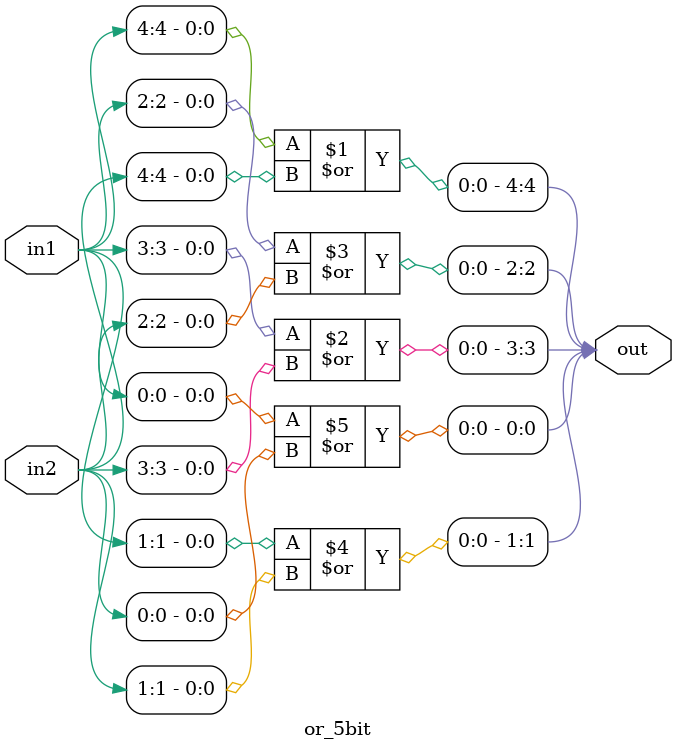
<source format=v>
module or_5bit(out,in1,in2);
input [4:0] in1, in2;
output [4:0] out;

or t0(out[4], in1[4], in2[4]);
or t1(out[3], in1[3], in2[3]);
or t2(out[2], in1[2], in2[2]);
or t3(out[1], in1[1], in2[1]);
or t4(out[0], in1[0], in2[0]);
	 
endmodule
</source>
